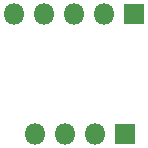
<source format=gbr>
%TF.GenerationSoftware,KiCad,Pcbnew,(5.1.6-0-10_14)*%
%TF.CreationDate,2021-05-10T19:57:21+02:00*%
%TF.ProjectId,GPS_adapter,4750535f-6164-4617-9074-65722e6b6963,rev?*%
%TF.SameCoordinates,Original*%
%TF.FileFunction,Soldermask,Bot*%
%TF.FilePolarity,Negative*%
%FSLAX46Y46*%
G04 Gerber Fmt 4.6, Leading zero omitted, Abs format (unit mm)*
G04 Created by KiCad (PCBNEW (5.1.6-0-10_14)) date 2021-05-10 19:57:21*
%MOMM*%
%LPD*%
G01*
G04 APERTURE LIST*
%ADD10O,1.800000X1.800000*%
%ADD11R,1.800000X1.800000*%
G04 APERTURE END LIST*
D10*
%TO.C,J2*%
X139192000Y-102108000D03*
X141732000Y-102108000D03*
X144272000Y-102108000D03*
D11*
X146812000Y-102108000D03*
%TD*%
D10*
%TO.C,J1*%
X137414000Y-91948000D03*
X139954000Y-91948000D03*
X142494000Y-91948000D03*
X145034000Y-91948000D03*
D11*
X147574000Y-91948000D03*
%TD*%
M02*

</source>
